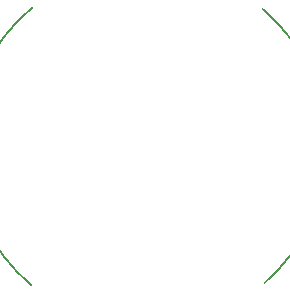
<source format=gbr>
%TF.GenerationSoftware,KiCad,Pcbnew,(5.1.6-0-10_14)*%
%TF.CreationDate,2022-03-24T08:42:33-07:00*%
%TF.ProjectId,pockels_modulator_pcb,706f636b-656c-4735-9f6d-6f64756c6174,rev?*%
%TF.SameCoordinates,Original*%
%TF.FileFunction,Legend,Bot*%
%TF.FilePolarity,Positive*%
%FSLAX46Y46*%
G04 Gerber Fmt 4.6, Leading zero omitted, Abs format (unit mm)*
G04 Created by KiCad (PCBNEW (5.1.6-0-10_14)) date 2022-03-24 08:42:33*
%MOMM*%
%LPD*%
G01*
G04 APERTURE LIST*
%ADD10C,0.150000*%
G04 APERTURE END LIST*
D10*
X209836650Y-88343519D02*
G75*
G02*
X209974180Y-111539020I-9836650J-11656481D01*
G01*
X190241321Y-111710015D02*
G75*
G02*
X190309500Y-88229440I9781064J11711986D01*
G01*
M02*

</source>
